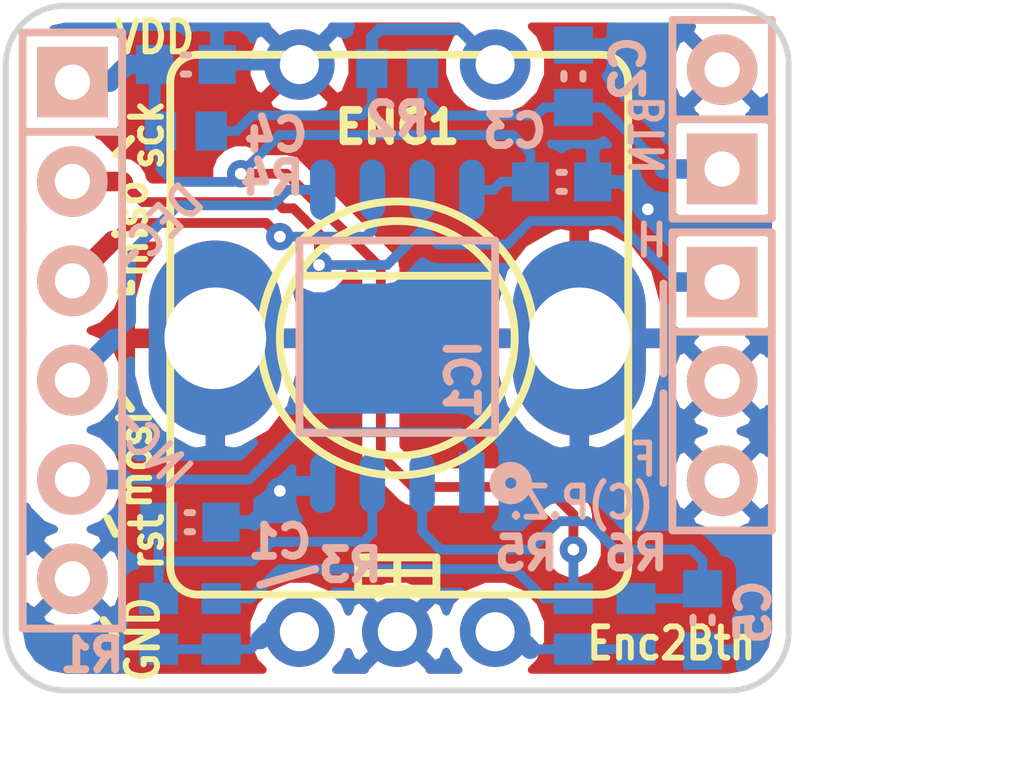
<source format=kicad_pcb>
(kicad_pcb (version 4) (host pcbnew 4.0.3-stable)

  (general
    (links 36)
    (no_connects 0)
    (area 119.924999 48.424999 140.075001 66.075001)
    (thickness 1.6)
    (drawings 34)
    (tracks 173)
    (zones 0)
    (modules 16)
    (nets 13)
  )

  (page A4)
  (layers
    (0 F.Cu signal)
    (31 B.Cu signal)
    (32 B.Adhes user)
    (33 F.Adhes user)
    (34 B.Paste user)
    (35 F.Paste user)
    (36 B.SilkS user)
    (37 F.SilkS user)
    (38 B.Mask user)
    (39 F.Mask user)
    (40 Dwgs.User user)
    (41 Cmts.User user)
    (42 Eco1.User user)
    (43 Eco2.User user)
    (44 Edge.Cuts user)
    (45 Margin user)
    (46 B.CrtYd user)
    (47 F.CrtYd user)
    (48 B.Fab user)
    (49 F.Fab user hide)
  )

  (setup
    (last_trace_width 0.25)
    (user_trace_width 0.2)
    (user_trace_width 0.25)
    (user_trace_width 0.3)
    (user_trace_width 0.5)
    (trace_clearance 0.25)
    (zone_clearance 0.508)
    (zone_45_only no)
    (trace_min 0.2)
    (segment_width 0.2)
    (edge_width 0.15)
    (via_size 0.7)
    (via_drill 0.3)
    (via_min_size 0.4)
    (via_min_drill 0.3)
    (user_via 0.7 0.3)
    (uvia_size 0.3)
    (uvia_drill 0.1)
    (uvias_allowed no)
    (uvia_min_size 0.2)
    (uvia_min_drill 0.1)
    (pcb_text_width 0.3)
    (pcb_text_size 1.5 1.5)
    (mod_edge_width 0.15)
    (mod_text_size 1 1)
    (mod_text_width 0.15)
    (pad_size 3.4 5)
    (pad_drill 2.6)
    (pad_to_mask_clearance 0.2)
    (aux_axis_origin 0 0)
    (visible_elements 7FFFFFFF)
    (pcbplotparams
      (layerselection 0x00000_80000000)
      (usegerberextensions false)
      (excludeedgelayer true)
      (linewidth 0.200000)
      (plotframeref false)
      (viasonmask false)
      (mode 1)
      (useauxorigin false)
      (hpglpennumber 1)
      (hpglpenspeed 20)
      (hpglpendiameter 15)
      (hpglpenoverlay 2)
      (psnegative false)
      (psa4output false)
      (plotreference true)
      (plotvalue true)
      (plotinvisibletext false)
      (padsonsilk false)
      (subtractmaskfromsilk false)
      (outputformat 4)
      (mirror false)
      (drillshape 1)
      (scaleselection 1)
      (outputdirectory ""))
  )

  (net 0 "")
  (net 1 GND)
  (net 2 /ENC_BTN)
  (net 3 /VDD)
  (net 4 /BTN_DEC)
  (net 5 /BTN_INC)
  (net 6 "Net-(ENC1-Pad3)")
  (net 7 "Net-(ENC1-Pad1)")
  (net 8 "Net-(ENC1-Pad4)")
  (net 9 /~RESET)
  (net 10 /ENCA)
  (net 11 /ENCB)
  (net 12 /ENC_TYPE)

  (net_class Default "This is the default net class."
    (clearance 0.25)
    (trace_width 0.25)
    (via_dia 0.7)
    (via_drill 0.3)
    (uvia_dia 0.3)
    (uvia_drill 0.1)
    (add_net /BTN_DEC)
    (add_net /BTN_INC)
    (add_net /ENCA)
    (add_net /ENCB)
    (add_net /ENC_BTN)
    (add_net /ENC_TYPE)
    (add_net /VDD)
    (add_net /~RESET)
    (add_net GND)
    (add_net "Net-(ENC1-Pad1)")
    (add_net "Net-(ENC1-Pad3)")
    (add_net "Net-(ENC1-Pad4)")
  )

  (module SOIC8wide (layer B.Cu) (tedit 57B2BAA8) (tstamp 57B18B54)
    (at 130 57 90)
    (descr "SOIC,1.27mm pitch;8 pin,4.00mm W X 5.00mm L X 1.75mm H Body")
    (tags "CMS XXX")
    (path /57B065A1)
    (attr smd)
    (fp_text reference IC1 (at -1.05 1.7 90) (layer B.SilkS)
      (effects (font (size 0.8 0.8) (thickness 0.2)) (justify mirror))
    )
    (fp_text value ATTINY25-S (at -0.2 -0.1 180) (layer B.Fab)
      (effects (font (size 0.6 0.6) (thickness 0.15)) (justify mirror))
    )
    (fp_circle (center -3.7 2.9) (end -3.6 2.8) (layer B.SilkS) (width 0.4))
    (fp_line (start 2.5 2.5) (end -2.41478 2.49936) (layer B.SilkS) (width 0.2))
    (fp_line (start -2.41478 2.49936) (end -2.41478 -2.49936) (layer B.SilkS) (width 0.2))
    (fp_line (start -2.41478 -2.49936) (end 2.5 -2.5) (layer B.SilkS) (width 0.2))
    (fp_line (start 2.5 -2.49936) (end 2.5 2.49936) (layer B.SilkS) (width 0.2))
    (pad 1 smd rect (at -3.69748 1.905 90) (size 1.5494 0.65) (layers B.Cu B.Paste B.Mask)
      (net 9 /~RESET))
    (pad 2 smd oval (at -3.69748 0.635 90) (size 1.5494 0.65) (layers B.Cu B.Paste B.Mask)
      (net 11 /ENCB))
    (pad 3 smd oval (at -3.69748 -0.635 90) (size 1.5494 0.65) (layers B.Cu B.Paste B.Mask)
      (net 10 /ENCA))
    (pad 4 smd oval (at -3.69748 -1.905 90) (size 1.5494 0.65) (layers B.Cu B.Paste B.Mask)
      (net 1 GND))
    (pad 5 smd oval (at 3.79748 -1.905 90) (size 1.5494 0.65) (layers B.Cu B.Paste B.Mask)
      (net 5 /BTN_INC))
    (pad 6 smd oval (at 3.79748 -0.635 90) (size 1.5494 0.65) (layers B.Cu B.Paste B.Mask)
      (net 4 /BTN_DEC))
    (pad 7 smd oval (at 3.79748 0.635 90) (size 1.5494 0.65) (layers B.Cu B.Paste B.Mask)
      (net 12 /ENC_TYPE))
    (pad 8 smd oval (at 3.79748 1.905 90) (size 1.5494 0.65) (layers B.Cu B.Paste B.Mask)
      (net 3 /VDD))
    (model I:/Electronics/Projects/Hardware/kicad_libs/3d_models/smd_ics/so-8.wrl
      (at (xyz 0 0 0))
      (scale (xyz 1 1.35 1))
      (rotate (xyz 0 0 90))
    )
  )

  (module H_smd_passives:CAPC_0603_1608X86N (layer B.Cu) (tedit 56B9939B) (tstamp 57B18B19)
    (at 124.7 61.7)
    (descr "Capacitor,non-polarized,Chip;1.60mm L X 0.81mm W X 0.86mm H")
    (tags "CMS XXX")
    (path /57B072E7)
    (attr smd)
    (fp_text reference C1 (at 2.3 0.5) (layer B.SilkS)
      (effects (font (size 0.8 0.8) (thickness 0.2)) (justify mirror))
    )
    (fp_text value 10n (at 0 0) (layer B.Fab)
      (effects (font (size 0.8 0.8) (thickness 0.2)) (justify mirror))
    )
    (fp_line (start -0.06858 -0.24384) (end 0.06858 -0.24384) (layer B.SilkS) (width 0.1778))
    (fp_line (start 0.06858 -0.24384) (end -0.06858 -0.24384) (layer B.SilkS) (width 0.1778))
    (fp_line (start -0.06858 0.24384) (end 0.06858 0.24384) (layer B.SilkS) (width 0.1778))
    (fp_line (start 0.06858 0.24384) (end -0.06858 0.24384) (layer B.SilkS) (width 0.1778))
    (pad 1 smd rect (at -0.79756 0) (size 0.94996 0.99822) (layers B.Cu B.Paste B.Mask)
      (net 10 /ENCA))
    (pad 2 smd rect (at 0.79756 0) (size 0.94996 0.99822) (layers B.Cu B.Paste B.Mask)
      (net 1 GND))
    (model Capacitors_SMD.3dshapes/C_0603.wrl
      (at (xyz 0 0 0))
      (scale (xyz 1 1 1))
      (rotate (xyz 0 0 0))
    )
  )

  (module H_smd_passives:CAPC_0603_1608X86N (layer B.Cu) (tedit 56B9939B) (tstamp 57B18B1F)
    (at 134.5 50.3 90)
    (descr "Capacitor,non-polarized,Chip;1.60mm L X 0.81mm W X 0.86mm H")
    (tags "CMS XXX")
    (path /57B188F4)
    (attr smd)
    (fp_text reference C2 (at 0.2 1.4 90) (layer B.SilkS)
      (effects (font (size 0.8 0.8) (thickness 0.2)) (justify mirror))
    )
    (fp_text value 10n (at 0 0 90) (layer B.Fab)
      (effects (font (size 0.8 0.8) (thickness 0.2)) (justify mirror))
    )
    (fp_line (start -0.06858 -0.24384) (end 0.06858 -0.24384) (layer B.SilkS) (width 0.1778))
    (fp_line (start 0.06858 -0.24384) (end -0.06858 -0.24384) (layer B.SilkS) (width 0.1778))
    (fp_line (start -0.06858 0.24384) (end 0.06858 0.24384) (layer B.SilkS) (width 0.1778))
    (fp_line (start 0.06858 0.24384) (end -0.06858 0.24384) (layer B.SilkS) (width 0.1778))
    (pad 1 smd rect (at -0.79756 0 90) (size 0.94996 0.99822) (layers B.Cu B.Paste B.Mask)
      (net 2 /ENC_BTN))
    (pad 2 smd rect (at 0.79756 0 90) (size 0.94996 0.99822) (layers B.Cu B.Paste B.Mask)
      (net 1 GND))
    (model Capacitors_SMD.3dshapes/C_0603.wrl
      (at (xyz 0 0 0))
      (scale (xyz 1 1 1))
      (rotate (xyz 0 0 0))
    )
  )

  (module H_smd_passives:CAPC_0603_1608X86N (layer B.Cu) (tedit 56B9939B) (tstamp 57B18B25)
    (at 134.2 53)
    (descr "Capacitor,non-polarized,Chip;1.60mm L X 0.81mm W X 0.86mm H")
    (tags "CMS XXX")
    (path /57B0652B)
    (attr smd)
    (fp_text reference C3 (at -1.2 -1.3) (layer B.SilkS)
      (effects (font (size 0.8 0.8) (thickness 0.2)) (justify mirror))
    )
    (fp_text value 100n (at 0 0) (layer B.Fab)
      (effects (font (size 0.8 0.8) (thickness 0.2)) (justify mirror))
    )
    (fp_line (start -0.06858 -0.24384) (end 0.06858 -0.24384) (layer B.SilkS) (width 0.1778))
    (fp_line (start 0.06858 -0.24384) (end -0.06858 -0.24384) (layer B.SilkS) (width 0.1778))
    (fp_line (start -0.06858 0.24384) (end 0.06858 0.24384) (layer B.SilkS) (width 0.1778))
    (fp_line (start 0.06858 0.24384) (end -0.06858 0.24384) (layer B.SilkS) (width 0.1778))
    (pad 1 smd rect (at -0.79756 0) (size 0.94996 0.99822) (layers B.Cu B.Paste B.Mask)
      (net 3 /VDD))
    (pad 2 smd rect (at 0.79756 0) (size 0.94996 0.99822) (layers B.Cu B.Paste B.Mask)
      (net 1 GND))
    (model Capacitors_SMD.3dshapes/C_0603.wrl
      (at (xyz 0 0 0))
      (scale (xyz 1 1 1))
      (rotate (xyz 0 0 0))
    )
  )

  (module H_smd_passives:CAPC_0603_1608X86N (layer B.Cu) (tedit 56B9939B) (tstamp 57B18B2B)
    (at 124.6 50)
    (descr "Capacitor,non-polarized,Chip;1.60mm L X 0.81mm W X 0.86mm H")
    (tags "CMS XXX")
    (path /57B068F6)
    (attr smd)
    (fp_text reference C4 (at 2.3 1.8) (layer B.SilkS)
      (effects (font (size 0.8 0.8) (thickness 0.2)) (justify mirror))
    )
    (fp_text value 1µ (at 0 0) (layer B.Fab)
      (effects (font (size 0.8 0.8) (thickness 0.2)) (justify mirror))
    )
    (fp_line (start -0.06858 -0.24384) (end 0.06858 -0.24384) (layer B.SilkS) (width 0.1778))
    (fp_line (start 0.06858 -0.24384) (end -0.06858 -0.24384) (layer B.SilkS) (width 0.1778))
    (fp_line (start -0.06858 0.24384) (end 0.06858 0.24384) (layer B.SilkS) (width 0.1778))
    (fp_line (start 0.06858 0.24384) (end -0.06858 0.24384) (layer B.SilkS) (width 0.1778))
    (pad 1 smd rect (at -0.79756 0) (size 0.94996 0.99822) (layers B.Cu B.Paste B.Mask)
      (net 3 /VDD))
    (pad 2 smd rect (at 0.79756 0) (size 0.94996 0.99822) (layers B.Cu B.Paste B.Mask)
      (net 1 GND))
    (model Capacitors_SMD.3dshapes/C_0603.wrl
      (at (xyz 0 0 0))
      (scale (xyz 1 1 1))
      (rotate (xyz 0 0 0))
    )
  )

  (module H_smd_passives:CAPC_0603_1608X86N (layer B.Cu) (tedit 56B9939B) (tstamp 57B18B31)
    (at 137.8 64.2 270)
    (descr "Capacitor,non-polarized,Chip;1.60mm L X 0.81mm W X 0.86mm H")
    (tags "CMS XXX")
    (path /57B070D9)
    (attr smd)
    (fp_text reference C5 (at -0.2 -1.3 270) (layer B.SilkS)
      (effects (font (size 0.8 0.8) (thickness 0.2)) (justify mirror))
    )
    (fp_text value 10n (at 0 0 270) (layer B.Fab)
      (effects (font (size 0.8 0.8) (thickness 0.2)) (justify mirror))
    )
    (fp_line (start -0.06858 -0.24384) (end 0.06858 -0.24384) (layer B.SilkS) (width 0.1778))
    (fp_line (start 0.06858 -0.24384) (end -0.06858 -0.24384) (layer B.SilkS) (width 0.1778))
    (fp_line (start -0.06858 0.24384) (end 0.06858 0.24384) (layer B.SilkS) (width 0.1778))
    (fp_line (start 0.06858 0.24384) (end -0.06858 0.24384) (layer B.SilkS) (width 0.1778))
    (pad 1 smd rect (at -0.79756 0 270) (size 0.94996 0.99822) (layers B.Cu B.Paste B.Mask)
      (net 11 /ENCB))
    (pad 2 smd rect (at 0.79756 0 270) (size 0.94996 0.99822) (layers B.Cu B.Paste B.Mask)
      (net 1 GND))
    (model Capacitors_SMD.3dshapes/C_0603.wrl
      (at (xyz 0 0 0))
      (scale (xyz 1 1 1))
      (rotate (xyz 0 0 0))
    )
  )

  (module H_Encoders:ALPS_STEC11B_Vertical (layer F.Cu) (tedit 57B1B18F) (tstamp 57B18B48)
    (at 130 57)
    (path /57B06BD7)
    (fp_text reference ENC1 (at 0 -5.4) (layer F.SilkS)
      (effects (font (size 0.8 0.8) (thickness 0.2)))
    )
    (fp_text value ALPS_STEC11B_Encoder_Vertical (at 0.1 4.5) (layer F.Fab)
      (effects (font (size 0.8 0.8) (thickness 0.2)))
    )
    (fp_line (start 0 6.4) (end 0 5.6) (layer F.SilkS) (width 0.2))
    (fp_line (start -1 6) (end 1 6) (layer F.SilkS) (width 0.2))
    (fp_line (start -1 5.6) (end 1 5.6) (layer F.SilkS) (width 0.2))
    (fp_line (start -1 6.4) (end -1 5.6) (layer F.SilkS) (width 0.2))
    (fp_line (start 1 6.4) (end -1 6.4) (layer F.SilkS) (width 0.2))
    (fp_line (start 1 5.6) (end 1 6.4) (layer F.SilkS) (width 0.2))
    (fp_line (start -2.5 -1.6) (end 2.5 -1.6) (layer F.SilkS) (width 0.2))
    (fp_circle (center 0 0) (end 3 0) (layer F.SilkS) (width 0.2))
    (fp_arc (start 5.2 -6.55) (end 5.2 -7.25) (angle 90) (layer F.SilkS) (width 0.2))
    (fp_line (start 5.9 5.85) (end 5.9 -6.55) (layer F.SilkS) (width 0.2))
    (fp_line (start -5.8 -6.55) (end -5.8 5.85) (layer F.SilkS) (width 0.2))
    (fp_line (start 5.2 -7.25) (end -5.1 -7.25) (layer F.SilkS) (width 0.2))
    (fp_circle (center 0 0) (end 3.5 0) (layer F.SilkS) (width 0.2))
    (fp_line (start 5.2 6.55) (end -5.1 6.55) (layer F.SilkS) (width 0.2))
    (fp_arc (start -5.1 -6.55) (end -5.8 -6.55) (angle 90) (layer F.SilkS) (width 0.2))
    (fp_arc (start -5.1 5.85) (end -5.1 6.55) (angle 90) (layer F.SilkS) (width 0.2))
    (fp_arc (start 5.2 5.85) (end 5.9 5.85) (angle 90) (layer F.SilkS) (width 0.2))
    (pad 2 thru_hole circle (at 0 7.5) (size 1.8 1.8) (drill 1) (layers *.Cu *.Mask)
      (net 1 GND))
    (pad 3 thru_hole circle (at 2.5 7.5) (size 1.8 1.8) (drill 1) (layers *.Cu *.Mask)
      (net 6 "Net-(ENC1-Pad3)"))
    (pad 1 thru_hole circle (at -2.5 7.5) (size 1.8 1.8) (drill 1) (layers *.Cu *.Mask)
      (net 7 "Net-(ENC1-Pad1)"))
    (pad 5 thru_hole circle (at -2.5 -7) (size 1.8 1.8) (drill 1) (layers *.Cu *.Mask)
      (net 1 GND))
    (pad 4 thru_hole circle (at 2.5 -7) (size 1.8 1.8) (drill 1) (layers *.Cu *.Mask)
      (net 8 "Net-(ENC1-Pad4)"))
    (pad 7 thru_hole oval (at -4.65 0) (size 3.4 5) (drill 2.6) (layers *.Cu *.Mask)
      (net 1 GND) (thermal_width 0.5))
    (pad 6 thru_hole oval (at 4.65 0) (size 3.4 5) (drill 2.6) (layers *.Cu *.Mask)
      (net 1 GND) (thermal_width 0.5))
    (model I:/Electronics/Projects/Hardware/kicad_libs/3d_models/encoders/encoder_alps-ec12d.wrl
      (at (xyz 0 0 0))
      (scale (xyz 1 1 1))
      (rotate (xyz 0 0 0))
    )
  )

  (module H_smd_passives:RESC_0603_1508X63N (layer B.Cu) (tedit 55F3D9B5) (tstamp 57B18B69)
    (at 123.9 64.3 90)
    (descr "Resistor,Chip;1.52mm L X 0.85mm W X 0.63mm H")
    (tags "CMS XXX")
    (path /57B07011)
    (attr smd)
    (fp_text reference R1 (at -0.8 -1.7 180) (layer B.SilkS)
      (effects (font (size 0.8 0.8) (thickness 0.2)) (justify mirror))
    )
    (fp_text value 1k (at 0 0 90) (layer B.Fab)
      (effects (font (size 0.8 0.8) (thickness 0.2)) (justify mirror))
    )
    (pad 1 smd rect (at -0.6477 0 90) (size 0.79756 0.99822) (layers B.Cu B.Paste B.Mask)
      (net 7 "Net-(ENC1-Pad1)"))
    (pad 2 smd rect (at 0.6477 0 90) (size 0.79756 0.99822) (layers B.Cu B.Paste B.Mask)
      (net 10 /ENCA))
    (model Resistors_SMD.3dshapes/R_0603.wrl
      (at (xyz 0 0 0))
      (scale (xyz 1 1 1))
      (rotate (xyz 0 0 0))
    )
  )

  (module H_smd_passives:RESC_0603_1508X63N (layer B.Cu) (tedit 55F3D9B5) (tstamp 57B18B6F)
    (at 130 50.1)
    (descr "Resistor,Chip;1.52mm L X 0.85mm W X 0.63mm H")
    (tags "CMS XXX")
    (path /57B189BE)
    (attr smd)
    (fp_text reference R2 (at 0 1.3) (layer B.SilkS)
      (effects (font (size 0.8 0.8) (thickness 0.2)) (justify mirror))
    )
    (fp_text value 1k (at 0 0) (layer B.Fab)
      (effects (font (size 0.8 0.8) (thickness 0.2)) (justify mirror))
    )
    (pad 1 smd rect (at -0.6477 0) (size 0.79756 0.99822) (layers B.Cu B.Paste B.Mask)
      (net 8 "Net-(ENC1-Pad4)"))
    (pad 2 smd rect (at 0.6477 0) (size 0.79756 0.99822) (layers B.Cu B.Paste B.Mask)
      (net 2 /ENC_BTN))
    (model Resistors_SMD.3dshapes/R_0603.wrl
      (at (xyz 0 0 0))
      (scale (xyz 1 1 1))
      (rotate (xyz 0 0 0))
    )
  )

  (module H_smd_passives:RESC_0603_1508X63N (layer B.Cu) (tedit 55F3D9B5) (tstamp 57B18B75)
    (at 125.5 64.3 270)
    (descr "Resistor,Chip;1.52mm L X 0.85mm W X 0.63mm H")
    (tags "CMS XXX")
    (path /57B06578)
    (attr smd)
    (fp_text reference R3 (at -1.5 -3.3 360) (layer B.SilkS)
      (effects (font (size 0.8 0.8) (thickness 0.2)) (justify mirror))
    )
    (fp_text value 10k (at 0 0 270) (layer B.Fab)
      (effects (font (size 0.8 0.8) (thickness 0.2)) (justify mirror))
    )
    (pad 1 smd rect (at -0.6477 0 270) (size 0.79756 0.99822) (layers B.Cu B.Paste B.Mask)
      (net 3 /VDD))
    (pad 2 smd rect (at 0.6477 0 270) (size 0.79756 0.99822) (layers B.Cu B.Paste B.Mask)
      (net 7 "Net-(ENC1-Pad1)"))
    (model Resistors_SMD.3dshapes/R_0603.wrl
      (at (xyz 0 0 0))
      (scale (xyz 1 1 1))
      (rotate (xyz 0 0 0))
    )
  )

  (module H_smd_passives:RESC_0603_1508X63N (layer B.Cu) (tedit 55F3D9B5) (tstamp 57B18B7B)
    (at 124.6 51.7)
    (descr "Resistor,Chip;1.52mm L X 0.85mm W X 0.63mm H")
    (tags "CMS XXX")
    (path /57B18768)
    (attr smd)
    (fp_text reference R4 (at 2.2 1.2) (layer B.SilkS)
      (effects (font (size 0.8 0.8) (thickness 0.2)) (justify mirror))
    )
    (fp_text value 10k (at 0 0) (layer B.Fab)
      (effects (font (size 0.8 0.8) (thickness 0.2)) (justify mirror))
    )
    (pad 1 smd rect (at -0.6477 0) (size 0.79756 0.99822) (layers B.Cu B.Paste B.Mask)
      (net 3 /VDD))
    (pad 2 smd rect (at 0.6477 0) (size 0.79756 0.99822) (layers B.Cu B.Paste B.Mask)
      (net 8 "Net-(ENC1-Pad4)"))
    (model Resistors_SMD.3dshapes/R_0603.wrl
      (at (xyz 0 0 0))
      (scale (xyz 1 1 1))
      (rotate (xyz 0 0 0))
    )
  )

  (module H_smd_passives:RESC_0603_1508X63N (layer B.Cu) (tedit 55F3D9B5) (tstamp 57B18B81)
    (at 134.5 64.3 270)
    (descr "Resistor,Chip;1.52mm L X 0.85mm W X 0.63mm H")
    (tags "CMS XXX")
    (path /57B06E95)
    (attr smd)
    (fp_text reference R5 (at -1.8 1.2 360) (layer B.SilkS)
      (effects (font (size 0.8 0.8) (thickness 0.2)) (justify mirror))
    )
    (fp_text value 10k (at 0 0 270) (layer B.Fab)
      (effects (font (size 0.8 0.8) (thickness 0.2)) (justify mirror))
    )
    (pad 1 smd rect (at -0.6477 0 270) (size 0.79756 0.99822) (layers B.Cu B.Paste B.Mask)
      (net 3 /VDD))
    (pad 2 smd rect (at 0.6477 0 270) (size 0.79756 0.99822) (layers B.Cu B.Paste B.Mask)
      (net 6 "Net-(ENC1-Pad3)"))
    (model Resistors_SMD.3dshapes/R_0603.wrl
      (at (xyz 0 0 0))
      (scale (xyz 1 1 1))
      (rotate (xyz 0 0 0))
    )
  )

  (module H_smd_passives:RESC_0603_1508X63N (layer B.Cu) (tedit 55F3D9B5) (tstamp 57B18B87)
    (at 136.1 64.3 270)
    (descr "Resistor,Chip;1.52mm L X 0.85mm W X 0.63mm H")
    (tags "CMS XXX")
    (path /57B06F54)
    (attr smd)
    (fp_text reference R6 (at -1.8 0 360) (layer B.SilkS)
      (effects (font (size 0.8 0.8) (thickness 0.2)) (justify mirror))
    )
    (fp_text value 1k (at 0 0 270) (layer B.Fab)
      (effects (font (size 0.8 0.8) (thickness 0.2)) (justify mirror))
    )
    (pad 1 smd rect (at -0.6477 0 270) (size 0.79756 0.99822) (layers B.Cu B.Paste B.Mask)
      (net 11 /ENCB))
    (pad 2 smd rect (at 0.6477 0 270) (size 0.79756 0.99822) (layers B.Cu B.Paste B.Mask)
      (net 6 "Net-(ENC1-Pad3)"))
    (model Resistors_SMD.3dshapes/R_0603.wrl
      (at (xyz 0 0 0))
      (scale (xyz 1 1 1))
      (rotate (xyz 0 0 0))
    )
  )

  (module H_pin_headers:1x6_254 (layer B.Cu) (tedit 5516B3A9) (tstamp 57B18DAC)
    (at 121.7 56.8 90)
    (path /57B1BF0F)
    (fp_text reference P1 (at 2.54 -2.54 90) (layer B.SilkS) hide
      (effects (font (size 1 1) (thickness 0.15)) (justify mirror))
    )
    (fp_text value CONN_01X06 (at 3.175 2.54 90) (layer B.Fab) hide
      (effects (font (size 1 1) (thickness 0.15)) (justify mirror))
    )
    (fp_line (start -5.08 1.27) (end -7.62 1.27) (layer B.SilkS) (width 0.2))
    (fp_line (start -7.62 1.27) (end -7.62 -1.27) (layer B.SilkS) (width 0.2))
    (fp_line (start -7.62 -1.27) (end -5.08 -1.27) (layer B.SilkS) (width 0.2))
    (fp_line (start -2.54 1.27) (end -5.08 1.27) (layer B.SilkS) (width 0.2))
    (fp_line (start -5.08 -1.27) (end -2.54 -1.27) (layer B.SilkS) (width 0.2))
    (fp_line (start 0 1.27) (end -2.54 1.27) (layer B.SilkS) (width 0.2))
    (fp_line (start -2.54 -1.27) (end 0 -1.27) (layer B.SilkS) (width 0.2))
    (fp_line (start 2.54 1.27) (end 0 1.27) (layer B.SilkS) (width 0.2))
    (fp_line (start 0 -1.27) (end 2.54 -1.27) (layer B.SilkS) (width 0.2))
    (fp_line (start 5.08 1.27) (end 2.54 1.27) (layer B.SilkS) (width 0.2))
    (fp_line (start 2.54 -1.27) (end 5.08 -1.27) (layer B.SilkS) (width 0.2))
    (fp_line (start 5.08 -1.27) (end 5.08 1.27) (layer B.SilkS) (width 0.2))
    (fp_line (start 5.08 1.27) (end 7.62 1.27) (layer B.SilkS) (width 0.2))
    (fp_line (start 7.62 1.27) (end 7.62 -1.27) (layer B.SilkS) (width 0.2))
    (fp_line (start 7.62 -1.27) (end 5.08 -1.27) (layer B.SilkS) (width 0.2))
    (pad 1 thru_hole rect (at 6.35 0 90) (size 1.8 1.8) (drill 0.9) (layers *.Cu *.Mask B.SilkS)
      (net 3 /VDD))
    (pad 2 thru_hole circle (at 3.81 0 90) (size 1.8 1.8) (drill 0.9) (layers *.Cu *.Mask B.SilkS)
      (net 12 /ENC_TYPE))
    (pad 3 thru_hole circle (at 1.27 0 90) (size 1.8 1.8) (drill 0.9) (layers *.Cu *.Mask B.SilkS)
      (net 4 /BTN_DEC))
    (pad 4 thru_hole circle (at -1.27 0 90) (size 1.8 1.8) (drill 0.9) (layers *.Cu *.Mask B.SilkS)
      (net 5 /BTN_INC))
    (pad 5 thru_hole circle (at -3.81 0 90) (size 1.8 1.8) (drill 0.9) (layers *.Cu *.Mask B.SilkS)
      (net 9 /~RESET))
    (pad 6 thru_hole circle (at -6.35 0 90) (size 1.8 1.8) (drill 0.9) (layers *.Cu *.Mask B.SilkS)
      (net 1 GND))
    (model Pin_Headers.3dshapes/Pin_Header_Straight_1x06.wrl
      (at (xyz 0 0 0))
      (scale (xyz 1 1 1))
      (rotate (xyz 0 0 0))
    )
  )

  (module H_pin_headers:1x3_254 (layer B.Cu) (tedit 5516B131) (tstamp 57B18DD2)
    (at 138.3 58.1 90)
    (path /57B19367)
    (fp_text reference P2 (at -1.27 -2.54 90) (layer B.SilkS) hide
      (effects (font (size 1 1) (thickness 0.15)) (justify mirror))
    )
    (fp_text value CONN_01X02 (at -0.635 2.54 90) (layer B.Fab) hide
      (effects (font (size 1 1) (thickness 0.15)) (justify mirror))
    )
    (fp_line (start -1.27 1.27) (end -3.81 1.27) (layer B.SilkS) (width 0.2))
    (fp_line (start -3.81 1.27) (end -3.81 -1.27) (layer B.SilkS) (width 0.2))
    (fp_line (start -3.81 -1.27) (end -1.27 -1.27) (layer B.SilkS) (width 0.2))
    (fp_line (start 1.27 1.27) (end -1.27 1.27) (layer B.SilkS) (width 0.2))
    (fp_line (start -1.27 -1.27) (end 1.27 -1.27) (layer B.SilkS) (width 0.2))
    (fp_line (start 1.27 -1.27) (end 1.27 1.27) (layer B.SilkS) (width 0.2))
    (fp_line (start 1.27 1.27) (end 3.81 1.27) (layer B.SilkS) (width 0.2))
    (fp_line (start 3.81 1.27) (end 3.81 -1.27) (layer B.SilkS) (width 0.2))
    (fp_line (start 3.81 -1.27) (end 1.27 -1.27) (layer B.SilkS) (width 0.2))
    (pad 1 thru_hole rect (at 2.54 0 90) (size 1.8 1.8) (drill 0.9) (layers *.Cu *.Mask B.SilkS)
      (net 12 /ENC_TYPE))
    (pad 2 thru_hole circle (at 0 0 90) (size 1.8 1.8) (drill 0.9) (layers *.Cu *.Mask B.SilkS)
      (net 1 GND))
    (pad 3 thru_hole circle (at -2.54 0 90) (size 1.8 1.8) (drill 0.9) (layers *.Cu *.Mask B.SilkS)
      (net 1 GND))
    (model Pin_Headers.3dshapes/Pin_Header_Straight_1x03.wrl
      (at (xyz 0 0 0))
      (scale (xyz 1 1 1))
      (rotate (xyz 0 0 0))
    )
  )

  (module H_pin_headers:1x2_254 (layer B.Cu) (tedit 5516B101) (tstamp 57B19065)
    (at 138.3 51.4 270)
    (path /57B1ED33)
    (fp_text reference P3 (at -0.635 -2.54 270) (layer B.SilkS) hide
      (effects (font (size 1 1) (thickness 0.15)) (justify mirror))
    )
    (fp_text value CONN_01X02 (at 0 2.54 270) (layer B.Fab) hide
      (effects (font (size 1 1) (thickness 0.15)) (justify mirror))
    )
    (fp_line (start 0 1.27) (end -2.54 1.27) (layer B.SilkS) (width 0.2))
    (fp_line (start -2.54 1.27) (end -2.54 -1.27) (layer B.SilkS) (width 0.2))
    (fp_line (start -2.54 -1.27) (end 0 -1.27) (layer B.SilkS) (width 0.2))
    (fp_line (start 0 -1.27) (end 0 1.27) (layer B.SilkS) (width 0.2))
    (fp_line (start 0 1.27) (end 2.54 1.27) (layer B.SilkS) (width 0.2))
    (fp_line (start 2.54 1.27) (end 2.54 -1.27) (layer B.SilkS) (width 0.2))
    (fp_line (start 2.54 -1.27) (end 0 -1.27) (layer B.SilkS) (width 0.2))
    (pad 1 thru_hole rect (at 1.27 0 270) (size 1.8 1.8) (drill 0.9) (layers *.Cu *.Mask B.SilkS)
      (net 2 /ENC_BTN))
    (pad 2 thru_hole circle (at -1.27 0 270) (size 1.8 1.8) (drill 0.9) (layers *.Cu *.Mask B.SilkS)
      (net 1 GND))
    (model Pin_Headers.3dshapes/Pin_Header_Straight_1x02.wrl
      (at (xyz 0 0 0))
      (scale (xyz 1 1 1))
      (rotate (xyz 0 0 0))
    )
  )

  (gr_text Enc2Btn (at 137 64.8) (layer F.SilkS) (tstamp 57B1E1EC)
    (effects (font (size 0.8 0.7) (thickness 0.15)))
  )
  (dimension 17.5 (width 0.3) (layer Dwgs.User)
    (gr_text "17,500 mm" (at 143.35 57.25 90) (layer Dwgs.User)
      (effects (font (size 1.5 1.5) (thickness 0.3)))
    )
    (feature1 (pts (xy 138.5 48.5) (xy 144.7 48.5)))
    (feature2 (pts (xy 138.5 66) (xy 144.7 66)))
    (crossbar (pts (xy 142 66) (xy 142 48.5)))
    (arrow1a (pts (xy 142 48.5) (xy 142.586421 49.626504)))
    (arrow1b (pts (xy 142 48.5) (xy 141.413579 49.626504)))
    (arrow2a (pts (xy 142 66) (xy 142.586421 64.873496)))
    (arrow2b (pts (xy 142 66) (xy 141.413579 64.873496)))
  )
  (dimension 20 (width 0.3) (layer Dwgs.User)
    (gr_text "20,000 mm" (at 130 68.849999) (layer Dwgs.User)
      (effects (font (size 1.5 1.5) (thickness 0.3)))
    )
    (feature1 (pts (xy 140 65) (xy 140 70.199999)))
    (feature2 (pts (xy 120 65) (xy 120 70.199999)))
    (crossbar (pts (xy 120 67.499999) (xy 140 67.499999)))
    (arrow1a (pts (xy 140 67.499999) (xy 138.873496 68.08642)))
    (arrow1b (pts (xy 140 67.499999) (xy 138.873496 66.913578)))
    (arrow2a (pts (xy 120 67.499999) (xy 121.126504 68.08642)))
    (arrow2b (pts (xy 120 67.499999) (xy 121.126504 66.913578)))
  )
  (gr_text BTN (at 136.4 51.8 90) (layer B.SilkS) (tstamp 57B1A9C1)
    (effects (font (size 0.8 0.7) (thickness 0.15)) (justify mirror))
  )
  (gr_line (start 136.8 58.4) (end 136.8 60.7) (layer B.SilkS) (width 0.2) (tstamp 57B1A9AF))
  (gr_line (start 136.8 55.6) (end 136.8 57.9) (layer B.SilkS) (width 0.2))
  (gr_text H (at 136.5 54.5) (layer B.SilkS) (tstamp 57B1A993)
    (effects (font (size 0.8 0.7) (thickness 0.15)) (justify mirror))
  )
  (gr_text F (at 136.3 60.1) (layer B.SilkS) (tstamp 57B1A985)
    (effects (font (size 0.8 0.7) (thickness 0.15)) (justify mirror))
  )
  (gr_line (start 123.2 58.8) (end 122.9 58.4) (layer F.SilkS) (width 0.2))
  (gr_line (start 123.2 55.8) (end 122.9 55.8) (layer F.SilkS) (width 0.2))
  (gr_line (start 123.2 55.6) (end 123.2 55.8) (layer F.SilkS) (width 0.2))
  (gr_line (start 123.2 51.9) (end 122.8 52.3) (layer F.SilkS) (width 0.2))
  (gr_text mosi (at 123.3 60.1 90) (layer F.SilkS) (tstamp 57B1997F)
    (effects (font (size 0.8 0.7) (thickness 0.15)))
  )
  (gr_text miso (at 123.2 54.2 90) (layer F.SilkS) (tstamp 57B19976)
    (effects (font (size 0.8 0.7) (thickness 0.15)))
  )
  (gr_line (start 122.8 62) (end 122.6 61.6) (layer F.SilkS) (width 0.2))
  (gr_line (start 122.8 64.6) (end 122.5 64.2) (layer F.SilkS) (width 0.2))
  (gr_text GND (at 123.5 64.7 90) (layer F.SilkS) (tstamp 57B198DE)
    (effects (font (size 0.8 0.7) (thickness 0.15)))
  )
  (gr_text "(C)P.Z." (at 134.7 61.2) (layer B.SilkS) (tstamp 57B198B6)
    (effects (font (size 0.8 0.7) (thickness 0.15)) (justify mirror))
  )
  (gr_text ~rst (at 123.6 62.2 90) (layer F.SilkS) (tstamp 57B19886)
    (effects (font (size 0.8 0.7) (thickness 0.15)))
  )
  (gr_line (start 127.9 62.9) (end 126.5 63.3) (layer B.SilkS) (width 0.2))
  (gr_line (start 123.3 59.3) (end 123 59) (layer B.SilkS) (width 0.2))
  (gr_line (start 123.3 54.8) (end 123 55.1) (layer B.SilkS) (width 0.2))
  (gr_text INC (at 123.9 60 315) (layer B.SilkS) (tstamp 57B197B3)
    (effects (font (size 0.8 0.7) (thickness 0.15)) (justify mirror))
  )
  (gr_text DEC (at 124.1 54 45) (layer B.SilkS) (tstamp 57B1979C)
    (effects (font (size 0.8 0.7) (thickness 0.15)) (justify mirror))
  )
  (gr_text sck (at 123.6 51.8 90) (layer F.SilkS) (tstamp 57B194AB)
    (effects (font (size 0.8 0.7) (thickness 0.15)))
  )
  (gr_text VDD (at 123.8 49.3) (layer F.SilkS)
    (effects (font (size 0.8 0.7) (thickness 0.15)))
  )
  (gr_arc (start 138.5 50) (end 138.5 48.5) (angle 90) (layer Edge.Cuts) (width 0.15) (tstamp 57B1923C))
  (gr_arc (start 121.5 50) (end 120 50) (angle 90) (layer Edge.Cuts) (width 0.15) (tstamp 57B1923A))
  (gr_arc (start 121.5 64.5) (end 121.5 66) (angle 90) (layer Edge.Cuts) (width 0.15) (tstamp 57B19236))
  (gr_arc (start 138.5 64.5) (end 140 64.5) (angle 90) (layer Edge.Cuts) (width 0.15))
  (gr_line (start 120 50) (end 120 64.5) (layer Edge.Cuts) (width 0.15))
  (gr_line (start 138.5 48.5) (end 121.5 48.5) (layer Edge.Cuts) (width 0.15))
  (gr_line (start 140 64.5) (end 140 50) (layer Edge.Cuts) (width 0.15))
  (gr_line (start 121.5 66) (end 138.5 66) (layer Edge.Cuts) (width 0.15))

  (segment (start 125.39756 50) (end 127.5 50) (width 0.3) (layer B.Cu) (net 1))
  (segment (start 127 60.9) (end 127.89248 60.9) (width 0.25) (layer B.Cu) (net 1))
  (segment (start 127.89248 60.9) (end 128.095 60.69748) (width 0.25) (layer B.Cu) (net 1))
  (segment (start 134.65 57) (end 134.65 60.15) (width 0.25) (layer B.Cu) (net 1))
  (segment (start 134.65 60.15) (end 135.09999 60.59999) (width 0.25) (layer B.Cu) (net 1))
  (segment (start 135.09999 60.59999) (end 135.90001 60.59999) (width 0.25) (layer B.Cu) (net 1))
  (segment (start 135.90001 60.59999) (end 136.759999 59.740001) (width 0.25) (layer B.Cu) (net 1))
  (segment (start 136.759999 59.740001) (end 137.400001 59.740001) (width 0.25) (layer B.Cu) (net 1))
  (segment (start 127.5 50) (end 131.2 53.7) (width 0.25) (layer F.Cu) (net 1))
  (segment (start 131.2 53.7) (end 134.7 53.7) (width 0.25) (layer F.Cu) (net 1))
  (segment (start 125.35 57) (end 134.65 57) (width 0.25) (layer B.Cu) (net 1))
  (segment (start 137.8 64.99756) (end 138.54911 64.99756) (width 0.25) (layer B.Cu) (net 1))
  (segment (start 138.54911 64.99756) (end 139.4 64.14667) (width 0.25) (layer B.Cu) (net 1))
  (segment (start 139.4 64.14667) (end 139.4 61.74) (width 0.25) (layer B.Cu) (net 1))
  (segment (start 139.4 61.74) (end 138.3 60.64) (width 0.25) (layer B.Cu) (net 1))
  (segment (start 138.3 58.1) (end 137.400001 58.999999) (width 0.25) (layer B.Cu) (net 1))
  (segment (start 137.400001 58.999999) (end 137.400001 59.740001) (width 0.25) (layer B.Cu) (net 1))
  (segment (start 137.400001 59.740001) (end 138.3 60.64) (width 0.25) (layer B.Cu) (net 1))
  (segment (start 124.249999 62.250001) (end 125.6 60.9) (width 0.25) (layer F.Cu) (net 1))
  (segment (start 125.6 60.9) (end 127 60.9) (width 0.25) (layer F.Cu) (net 1))
  (segment (start 121.7 63.15) (end 122.599999 62.250001) (width 0.25) (layer F.Cu) (net 1))
  (segment (start 122.599999 62.250001) (end 124.249999 62.250001) (width 0.25) (layer F.Cu) (net 1))
  (segment (start 127 60.9) (end 127 61.5) (width 0.25) (layer F.Cu) (net 1))
  (segment (start 127 61.5) (end 130 64.5) (width 0.25) (layer F.Cu) (net 1))
  (segment (start 138.3 50.13) (end 136.4 52.03) (width 0.25) (layer F.Cu) (net 1))
  (segment (start 136.4 52.03) (end 136.4 53.7) (width 0.25) (layer F.Cu) (net 1))
  (segment (start 134.7 53.7) (end 134.65 53.75) (width 0.25) (layer F.Cu) (net 1))
  (segment (start 134.65 53.75) (end 134.65 57) (width 0.25) (layer F.Cu) (net 1))
  (segment (start 136.4 53.7) (end 134.7 53.7) (width 0.25) (layer F.Cu) (net 1))
  (segment (start 134.99756 53) (end 135.7 53) (width 0.25) (layer B.Cu) (net 1))
  (segment (start 135.7 53) (end 136.4 53.7) (width 0.25) (layer B.Cu) (net 1))
  (via (at 136.4 53.7) (size 0.7) (drill 0.3) (layers F.Cu B.Cu) (net 1))
  (segment (start 134.5 49.50244) (end 134.52413 49.50244) (width 0.25) (layer B.Cu) (net 1))
  (segment (start 136.429999 51.029999) (end 137.400001 51.029999) (width 0.25) (layer B.Cu) (net 1))
  (segment (start 134.52413 49.50244) (end 134.62169 49.6) (width 0.25) (layer B.Cu) (net 1))
  (segment (start 134.62169 49.6) (end 135.7 49.6) (width 0.25) (layer B.Cu) (net 1))
  (segment (start 135.7 49.6) (end 136.1 50) (width 0.25) (layer B.Cu) (net 1))
  (segment (start 136.1 50) (end 136.1 50.7) (width 0.25) (layer B.Cu) (net 1))
  (segment (start 136.1 50.7) (end 136.429999 51.029999) (width 0.25) (layer B.Cu) (net 1))
  (segment (start 137.400001 51.029999) (end 138.3 50.13) (width 0.25) (layer B.Cu) (net 1))
  (segment (start 125.49756 61.7) (end 126.2 61.7) (width 0.25) (layer B.Cu) (net 1))
  (segment (start 126.2 61.7) (end 127 60.9) (width 0.25) (layer B.Cu) (net 1))
  (segment (start 127 60.9) (end 126.5 60.9) (width 0.25) (layer F.Cu) (net 1))
  (segment (start 126.5 60.9) (end 125.35 59.75) (width 0.25) (layer F.Cu) (net 1))
  (segment (start 125.35 59.75) (end 125.35 57) (width 0.25) (layer F.Cu) (net 1))
  (segment (start 127.04748 60.94748) (end 127 60.9) (width 0.25) (layer B.Cu) (net 1))
  (via (at 127 60.9) (size 0.7) (drill 0.3) (layers F.Cu B.Cu) (net 1))
  (segment (start 138.3 52.67) (end 136.82155 52.67) (width 0.5) (layer B.Cu) (net 2))
  (segment (start 130.6477 50.1) (end 130.6477 50.84911) (width 0.25) (layer B.Cu) (net 2))
  (segment (start 130.6477 50.84911) (end 131.101389 51.302799) (width 0.25) (layer B.Cu) (net 2))
  (segment (start 131.101389 51.302799) (end 133.545651 51.302799) (width 0.25) (layer B.Cu) (net 2))
  (segment (start 133.545651 51.302799) (end 133.75089 51.09756) (width 0.25) (layer B.Cu) (net 2))
  (segment (start 133.75089 51.09756) (end 134.5 51.09756) (width 0.25) (layer B.Cu) (net 2))
  (segment (start 134.5 51.09756) (end 135.24911 51.09756) (width 0.25) (layer B.Cu) (net 2))
  (segment (start 135.24911 51.09756) (end 136.82155 52.67) (width 0.25) (layer B.Cu) (net 2))
  (segment (start 133.40244 53) (end 132.65724 53) (width 0.25) (layer B.Cu) (net 3))
  (segment (start 132.65724 53) (end 132.45472 53.20252) (width 0.25) (layer B.Cu) (net 3))
  (segment (start 132.45472 53.20252) (end 131.905 53.20252) (width 0.25) (layer B.Cu) (net 3))
  (segment (start 133.8 60.8) (end 134.5 61.5) (width 0.25) (layer F.Cu) (net 3))
  (segment (start 129.580122 59.980122) (end 130.4 60.8) (width 0.25) (layer F.Cu) (net 3))
  (segment (start 130.4 60.8) (end 133.8 60.8) (width 0.25) (layer F.Cu) (net 3))
  (segment (start 127.17232 52.792198) (end 129.580122 55.2) (width 0.25) (layer F.Cu) (net 3))
  (segment (start 129.580122 55.2) (end 129.580122 59.980122) (width 0.25) (layer F.Cu) (net 3))
  (segment (start 126 52.792198) (end 127.17232 52.792198) (width 0.25) (layer F.Cu) (net 3))
  (segment (start 134.5 61.5) (end 134.5 62.4) (width 0.25) (layer F.Cu) (net 3))
  (segment (start 126 52.792198) (end 125.792198 53) (width 0.25) (layer B.Cu) (net 3))
  (segment (start 125.792198 53) (end 124.3 53) (width 0.25) (layer B.Cu) (net 3))
  (segment (start 124.3 53) (end 123.9523 52.6523) (width 0.25) (layer B.Cu) (net 3))
  (segment (start 123.9523 52.6523) (end 123.9523 51.7) (width 0.25) (layer B.Cu) (net 3))
  (segment (start 126 52.792198) (end 126.992198 51.8) (width 0.25) (layer B.Cu) (net 3))
  (segment (start 126.992198 51.8) (end 127.1 51.8) (width 0.25) (layer B.Cu) (net 3))
  (segment (start 127.1 51.8) (end 127.10281 51.80281) (width 0.25) (layer B.Cu) (net 3))
  (segment (start 127.10281 51.80281) (end 132.95436 51.80281) (width 0.25) (layer B.Cu) (net 3))
  (segment (start 132.95436 51.80281) (end 133.40244 52.25089) (width 0.25) (layer B.Cu) (net 3))
  (segment (start 133.40244 52.25089) (end 133.40244 53) (width 0.25) (layer B.Cu) (net 3))
  (segment (start 121.7 50.45) (end 122.65 50.45) (width 0.5) (layer B.Cu) (net 3))
  (segment (start 122.65 50.45) (end 123.1 50) (width 0.5) (layer B.Cu) (net 3))
  (segment (start 123.1 50) (end 123.80244 50) (width 0.5) (layer B.Cu) (net 3))
  (segment (start 123.80244 50) (end 123.80244 51.55014) (width 0.3) (layer B.Cu) (net 3))
  (segment (start 123.80244 51.55014) (end 123.9523 51.7) (width 0.3) (layer B.Cu) (net 3))
  (segment (start 134.5 62.4) (end 134.5 63.6523) (width 0.25) (layer B.Cu) (net 3))
  (via (at 134.5 62.4) (size 0.7) (drill 0.3) (layers F.Cu B.Cu) (net 3))
  (via (at 126 52.792198) (size 0.7) (drill 0.3) (layers F.Cu B.Cu) (net 3))
  (segment (start 125.5 63.6523) (end 126.24911 63.6523) (width 0.25) (layer B.Cu) (net 3))
  (segment (start 133.75089 63.6523) (end 134.5 63.6523) (width 0.25) (layer B.Cu) (net 3))
  (segment (start 126.24911 63.6523) (end 127.00141 62.9) (width 0.25) (layer B.Cu) (net 3))
  (segment (start 127.00141 62.9) (end 132.99859 62.9) (width 0.25) (layer B.Cu) (net 3))
  (segment (start 132.99859 62.9) (end 133.75089 63.6523) (width 0.25) (layer B.Cu) (net 3))
  (segment (start 129.365 53.20252) (end 129.365 54.22722) (width 0.25) (layer B.Cu) (net 4))
  (segment (start 129.365 54.22722) (end 129.19222 54.4) (width 0.25) (layer B.Cu) (net 4))
  (segment (start 129.19222 54.4) (end 127.494974 54.4) (width 0.25) (layer B.Cu) (net 4))
  (segment (start 127.494974 54.4) (end 127 54.4) (width 0.25) (layer B.Cu) (net 4))
  (segment (start 122.73 54.5) (end 123.179999 54.050001) (width 0.25) (layer F.Cu) (net 4))
  (segment (start 121.7 55.53) (end 122.73 54.5) (width 0.5) (layer F.Cu) (net 4))
  (segment (start 126.650001 54.050001) (end 127 54.4) (width 0.25) (layer F.Cu) (net 4))
  (segment (start 123.179999 54.050001) (end 126.650001 54.050001) (width 0.25) (layer F.Cu) (net 4))
  (via (at 127 54.4) (size 0.7) (drill 0.3) (layers F.Cu B.Cu) (net 4))
  (segment (start 128.095 53.20252) (end 127.19748 53.20252) (width 0.25) (layer B.Cu) (net 5))
  (segment (start 124.4 53.6) (end 123.2 54.8) (width 0.25) (layer B.Cu) (net 5))
  (segment (start 127.19748 53.20252) (end 126.8 53.6) (width 0.25) (layer B.Cu) (net 5))
  (segment (start 126.8 53.6) (end 124.4 53.6) (width 0.25) (layer B.Cu) (net 5))
  (segment (start 123.2 54.8) (end 123.2 56.57) (width 0.25) (layer B.Cu) (net 5))
  (segment (start 123.2 56.57) (end 122.77 57) (width 0.25) (layer B.Cu) (net 5))
  (segment (start 121.7 58.07) (end 122.77 57) (width 0.5) (layer B.Cu) (net 5))
  (segment (start 134.5 64.9477) (end 133.4 64.9477) (width 0.25) (layer B.Cu) (net 6))
  (segment (start 132.5 64.5) (end 132.9523 64.5) (width 0.5) (layer B.Cu) (net 6))
  (segment (start 132.9523 64.5) (end 133.4 64.9477) (width 0.5) (layer B.Cu) (net 6))
  (segment (start 136.1 64.9477) (end 134.5 64.9477) (width 0.25) (layer B.Cu) (net 6))
  (segment (start 126.7 64.5) (end 126.5 64.7) (width 0.5) (layer B.Cu) (net 7))
  (segment (start 126.2523 64.9477) (end 126.5 64.7) (width 0.25) (layer B.Cu) (net 7))
  (segment (start 125.5 64.9477) (end 126.2523 64.9477) (width 0.25) (layer B.Cu) (net 7))
  (segment (start 127.5 64.5) (end 126.7 64.5) (width 0.5) (layer B.Cu) (net 7))
  (segment (start 123.9 64.9477) (end 125.5 64.9477) (width 0.25) (layer B.Cu) (net 7))
  (segment (start 125.2477 51.7) (end 125.89648 51.7) (width 0.25) (layer B.Cu) (net 8))
  (segment (start 125.89648 51.7) (end 126.29648 51.3) (width 0.25) (layer B.Cu) (net 8))
  (segment (start 126.29648 51.3) (end 129.1 51.3) (width 0.25) (layer B.Cu) (net 8))
  (segment (start 129.1 51.3) (end 129.3523 51.0477) (width 0.25) (layer B.Cu) (net 8))
  (segment (start 129.3523 51.0477) (end 129.3523 50.1) (width 0.25) (layer B.Cu) (net 8))
  (segment (start 132.5 50) (end 131.600001 49.100001) (width 0.3) (layer B.Cu) (net 8))
  (segment (start 131.600001 49.100001) (end 129.553189 49.100001) (width 0.3) (layer B.Cu) (net 8))
  (segment (start 129.553189 49.100001) (end 129.3523 49.30089) (width 0.3) (layer B.Cu) (net 8))
  (segment (start 129.3523 49.30089) (end 129.3523 50.1) (width 0.3) (layer B.Cu) (net 8))
  (segment (start 131.9523 49.4523) (end 132.5 50) (width 0.25) (layer B.Cu) (net 8))
  (segment (start 131.905 59.705) (end 131.905 60.69748) (width 0.25) (layer B.Cu) (net 9))
  (segment (start 131.905 59.705) (end 131.6 59.4) (width 0.25) (layer B.Cu) (net 9))
  (segment (start 126.216998 60.61) (end 123 60.61) (width 0.25) (layer B.Cu) (net 9))
  (segment (start 131.6 59.4) (end 127.426998 59.4) (width 0.25) (layer B.Cu) (net 9))
  (segment (start 127.426998 59.4) (end 126.216998 60.61) (width 0.25) (layer B.Cu) (net 9))
  (segment (start 121.7 60.61) (end 123 60.61) (width 0.5) (layer B.Cu) (net 9))
  (segment (start 129.365 61.97218) (end 129.365 60.69748) (width 0.25) (layer B.Cu) (net 10))
  (segment (start 123.90244 62.6) (end 123.90244 62.8) (width 0.25) (layer B.Cu) (net 10))
  (segment (start 123.90244 62.8) (end 123.90244 63.64986) (width 0.25) (layer B.Cu) (net 10))
  (segment (start 124.00244 62.7) (end 123.90244 62.8) (width 0.25) (layer B.Cu) (net 10))
  (segment (start 123.90244 62.6) (end 124.00244 62.7) (width 0.25) (layer B.Cu) (net 10))
  (segment (start 124.00244 62.7) (end 126.3 62.7) (width 0.25) (layer B.Cu) (net 10))
  (segment (start 126.3 62.7) (end 126.8 62.2) (width 0.25) (layer B.Cu) (net 10))
  (segment (start 126.8 62.2) (end 129.13718 62.2) (width 0.25) (layer B.Cu) (net 10))
  (segment (start 129.13718 62.2) (end 129.365 61.97218) (width 0.25) (layer B.Cu) (net 10))
  (segment (start 123.90244 61.7) (end 123.90244 62.6) (width 0.25) (layer B.Cu) (net 10))
  (segment (start 123.90244 63.64986) (end 123.9 63.6523) (width 0.25) (layer B.Cu) (net 10))
  (segment (start 129.365 61.42246) (end 129.365 60.94748) (width 0.25) (layer B.Cu) (net 10))
  (segment (start 137.8 63.40244) (end 137.8 62.67746) (width 0.25) (layer B.Cu) (net 11))
  (segment (start 137.8 62.67746) (end 137.52254 62.4) (width 0.25) (layer B.Cu) (net 11))
  (segment (start 137.52254 62.4) (end 135.573002 62.4) (width 0.25) (layer B.Cu) (net 11))
  (segment (start 135.573002 62.4) (end 134.848001 61.674999) (width 0.25) (layer B.Cu) (net 11))
  (segment (start 134.848001 61.674999) (end 134.125001 61.674999) (width 0.25) (layer B.Cu) (net 11))
  (segment (start 134.125001 61.674999) (end 133.4 62.4) (width 0.25) (layer B.Cu) (net 11))
  (segment (start 133.4 62.4) (end 131.1 62.4) (width 0.25) (layer B.Cu) (net 11))
  (segment (start 131.1 62.4) (end 130.635 61.935) (width 0.25) (layer B.Cu) (net 11))
  (segment (start 130.635 61.935) (end 130.635 60.69748) (width 0.25) (layer B.Cu) (net 11))
  (segment (start 136.1 63.6523) (end 137.55014 63.6523) (width 0.25) (layer B.Cu) (net 11))
  (segment (start 137.55014 63.6523) (end 137.8 63.40244) (width 0.25) (layer B.Cu) (net 11))
  (segment (start 137.15 55.56) (end 135.59 54) (width 0.25) (layer B.Cu) (net 12))
  (segment (start 135.59 54) (end 133.4 54) (width 0.25) (layer B.Cu) (net 12))
  (segment (start 133.4 54) (end 132.8 54.6) (width 0.25) (layer B.Cu) (net 12))
  (segment (start 132.8 54.6) (end 131.035 54.6) (width 0.25) (layer B.Cu) (net 12))
  (segment (start 131.035 54.6) (end 130.635 54.2) (width 0.25) (layer B.Cu) (net 12))
  (segment (start 130.635 53.20252) (end 130.635 54.2) (width 0.25) (layer B.Cu) (net 12))
  (segment (start 130.635 54.2) (end 130.635 54.22722) (width 0.25) (layer B.Cu) (net 12))
  (segment (start 130.635 54.22722) (end 129.73721 55.12501) (width 0.25) (layer B.Cu) (net 12))
  (segment (start 129.73721 55.12501) (end 129.48721 55.12501) (width 0.25) (layer B.Cu) (net 12))
  (segment (start 138.3 55.56) (end 137.15 55.56) (width 0.5) (layer B.Cu) (net 12))
  (segment (start 123 53.017208) (end 123.5 53.517208) (width 0.25) (layer F.Cu) (net 12))
  (segment (start 121.7 52.99) (end 122.972792 52.99) (width 0.5) (layer F.Cu) (net 12))
  (segment (start 122.972792 52.99) (end 123 53.017208) (width 0.5) (layer F.Cu) (net 12))
  (segment (start 128 55.12501) (end 129.48721 55.12501) (width 0.25) (layer B.Cu) (net 12))
  (segment (start 123.5 53.517208) (end 126.917208 53.517208) (width 0.25) (layer F.Cu) (net 12))
  (segment (start 127.348001 53.674999) (end 128 54.326998) (width 0.25) (layer F.Cu) (net 12))
  (segment (start 126.917208 53.517208) (end 127.074999 53.674999) (width 0.25) (layer F.Cu) (net 12))
  (segment (start 127.074999 53.674999) (end 127.348001 53.674999) (width 0.25) (layer F.Cu) (net 12))
  (segment (start 128 54.326998) (end 128 55.12501) (width 0.25) (layer F.Cu) (net 12))
  (segment (start 130.635 52.95252) (end 130.635 53.4275) (width 0.25) (layer B.Cu) (net 12))
  (via (at 128 55.12501) (size 0.7) (drill 0.3) (layers F.Cu B.Cu) (net 12))

  (zone (net 1) (net_name GND) (layer F.Cu) (tstamp 0) (hatch edge 0.508)
    (connect_pads (clearance 0.35))
    (min_thickness 0.2)
    (fill yes (arc_segments 16) (thermal_gap 0.35) (thermal_bridge_width 0.35))
    (polygon
      (pts
        (xy 120 48.5) (xy 140 48.5) (xy 140 66) (xy 120 66)
      )
    )
    (filled_polygon
      (pts
        (xy 126.660862 49.054796) (xy 127.5 49.893934) (xy 128.339138 49.054796) (xy 128.326139 49.025) (xy 131.565846 49.025)
        (xy 131.356193 49.234288) (xy 131.150235 49.73029) (xy 131.149766 50.267353) (xy 131.354858 50.763715) (xy 131.734288 51.143807)
        (xy 132.23029 51.349765) (xy 132.767353 51.350234) (xy 133.263715 51.145142) (xy 133.643807 50.765712) (xy 133.849765 50.26971)
        (xy 133.850103 49.882081) (xy 136.946064 49.882081) (xy 136.954251 50.419081) (xy 137.144001 50.877177) (xy 137.354796 50.969138)
        (xy 138.193934 50.13) (xy 137.354796 49.290862) (xy 137.144001 49.382823) (xy 136.946064 49.882081) (xy 133.850103 49.882081)
        (xy 133.850234 49.732647) (xy 133.645142 49.236285) (xy 133.434225 49.025) (xy 137.530574 49.025) (xy 137.460862 49.184796)
        (xy 138.3 50.023934) (xy 138.314143 50.009792) (xy 138.420209 50.115858) (xy 138.406066 50.13) (xy 139.245204 50.969138)
        (xy 139.455999 50.877177) (xy 139.475 50.829251) (xy 139.475 51.413264) (xy 139.378505 51.347332) (xy 139.2 51.311184)
        (xy 138.986375 51.311184) (xy 139.047177 51.285999) (xy 139.139138 51.075204) (xy 138.3 50.236066) (xy 137.460862 51.075204)
        (xy 137.552823 51.285999) (xy 137.616347 51.311184) (xy 137.4 51.311184) (xy 137.23324 51.342562) (xy 137.080081 51.441117)
        (xy 136.977332 51.591495) (xy 136.941184 51.77) (xy 136.941184 53.57) (xy 136.972562 53.73676) (xy 137.071117 53.889919)
        (xy 137.221495 53.992668) (xy 137.4 54.028816) (xy 139.2 54.028816) (xy 139.36676 53.997438) (xy 139.475 53.927788)
        (xy 139.475 54.303264) (xy 139.378505 54.237332) (xy 139.2 54.201184) (xy 137.4 54.201184) (xy 137.23324 54.232562)
        (xy 137.080081 54.331117) (xy 136.977332 54.481495) (xy 136.941184 54.66) (xy 136.941184 56.46) (xy 136.972562 56.62676)
        (xy 137.071117 56.779919) (xy 137.221495 56.882668) (xy 137.4 56.918816) (xy 137.613625 56.918816) (xy 137.552823 56.944001)
        (xy 137.460862 57.154796) (xy 138.3 57.993934) (xy 139.139138 57.154796) (xy 139.047177 56.944001) (xy 138.983653 56.918816)
        (xy 139.2 56.918816) (xy 139.36676 56.887438) (xy 139.475 56.817788) (xy 139.475 57.398695) (xy 139.455999 57.352823)
        (xy 139.245204 57.260862) (xy 138.406066 58.1) (xy 139.245204 58.939138) (xy 139.455999 58.847177) (xy 139.475 58.799251)
        (xy 139.475 59.938695) (xy 139.455999 59.892823) (xy 139.245204 59.800862) (xy 138.406066 60.64) (xy 139.245204 61.479138)
        (xy 139.455999 61.387177) (xy 139.475 61.339251) (xy 139.475 64.448293) (xy 139.39128 64.869179) (xy 139.182156 65.182156)
        (xy 138.869179 65.39128) (xy 138.448293 65.475) (xy 133.434154 65.475) (xy 133.643807 65.265712) (xy 133.849765 64.76971)
        (xy 133.850234 64.232647) (xy 133.645142 63.736285) (xy 133.265712 63.356193) (xy 132.76971 63.150235) (xy 132.232647 63.149766)
        (xy 131.736285 63.354858) (xy 131.356193 63.734288) (xy 131.252129 63.984901) (xy 131.155999 63.752823) (xy 130.945204 63.660862)
        (xy 130.106066 64.5) (xy 130.945204 65.339138) (xy 131.155999 65.247177) (xy 131.250028 65.010007) (xy 131.354858 65.263715)
        (xy 131.565775 65.475) (xy 130.826139 65.475) (xy 130.839138 65.445204) (xy 130 64.606066) (xy 129.160862 65.445204)
        (xy 129.173861 65.475) (xy 128.434154 65.475) (xy 128.643807 65.265712) (xy 128.747871 65.015099) (xy 128.844001 65.247177)
        (xy 129.054796 65.339138) (xy 129.893934 64.5) (xy 129.054796 63.660862) (xy 128.844001 63.752823) (xy 128.749972 63.989993)
        (xy 128.645142 63.736285) (xy 128.46397 63.554796) (xy 129.160862 63.554796) (xy 130 64.393934) (xy 130.839138 63.554796)
        (xy 130.747177 63.344001) (xy 130.247919 63.146064) (xy 129.710919 63.154251) (xy 129.252823 63.344001) (xy 129.160862 63.554796)
        (xy 128.46397 63.554796) (xy 128.265712 63.356193) (xy 127.76971 63.150235) (xy 127.232647 63.149766) (xy 126.736285 63.354858)
        (xy 126.356193 63.734288) (xy 126.150235 64.23029) (xy 126.149766 64.767353) (xy 126.354858 65.263715) (xy 126.565775 65.475)
        (xy 121.551707 65.475) (xy 121.130821 65.39128) (xy 120.817844 65.182156) (xy 120.60872 64.869179) (xy 120.525 64.448293)
        (xy 120.525 64.095204) (xy 120.860862 64.095204) (xy 120.952823 64.305999) (xy 121.452081 64.503936) (xy 121.989081 64.495749)
        (xy 122.447177 64.305999) (xy 122.539138 64.095204) (xy 121.7 63.256066) (xy 120.860862 64.095204) (xy 120.525 64.095204)
        (xy 120.525 63.851305) (xy 120.544001 63.897177) (xy 120.754796 63.989138) (xy 121.593934 63.15) (xy 121.806066 63.15)
        (xy 122.645204 63.989138) (xy 122.855999 63.897177) (xy 123.053936 63.397919) (xy 123.045749 62.860919) (xy 122.855999 62.402823)
        (xy 122.645204 62.310862) (xy 121.806066 63.15) (xy 121.593934 63.15) (xy 120.754796 62.310862) (xy 120.544001 62.402823)
        (xy 120.525 62.450749) (xy 120.525 61.301453) (xy 120.554858 61.373715) (xy 120.934288 61.753807) (xy 121.233126 61.877895)
        (xy 120.952823 61.994001) (xy 120.860862 62.204796) (xy 121.7 63.043934) (xy 122.539138 62.204796) (xy 122.447177 61.994001)
        (xy 122.160603 61.880385) (xy 122.463715 61.755142) (xy 122.843807 61.375712) (xy 123.049765 60.87971) (xy 123.050234 60.342647)
        (xy 122.845142 59.846285) (xy 122.465712 59.466193) (xy 122.16167 59.339944) (xy 122.463715 59.215142) (xy 122.843807 58.835712)
        (xy 123.049765 58.33971) (xy 123.050234 57.802647) (xy 122.845142 57.306285) (xy 122.68913 57.15) (xy 123.2 57.15)
        (xy 123.2 57.95) (xy 123.421062 58.761351) (xy 123.935787 59.426345) (xy 124.665813 59.843743) (xy 124.866332 59.89489)
        (xy 125.2 59.831971) (xy 125.2 57.15) (xy 125.5 57.15) (xy 125.5 59.831971) (xy 125.833668 59.89489)
        (xy 126.034187 59.843743) (xy 126.764213 59.426345) (xy 127.278938 58.761351) (xy 127.5 57.95) (xy 127.5 57.15)
        (xy 125.5 57.15) (xy 125.2 57.15) (xy 123.2 57.15) (xy 122.68913 57.15) (xy 122.465712 56.926193)
        (xy 122.16167 56.799944) (xy 122.463715 56.675142) (xy 122.843807 56.295712) (xy 123.049765 55.79971) (xy 123.050234 55.262647)
        (xy 123.023063 55.196887) (xy 123.224975 54.994975) (xy 123.376716 54.767879) (xy 123.401899 54.641273) (xy 123.418172 54.625001)
        (xy 123.896044 54.625001) (xy 123.421062 55.238649) (xy 123.2 56.05) (xy 123.2 56.85) (xy 125.2 56.85)
        (xy 125.2 56.83) (xy 125.5 56.83) (xy 125.5 56.85) (xy 127.5 56.85) (xy 127.5 56.05)
        (xy 127.390012 55.646316) (xy 127.546245 55.802822) (xy 127.840172 55.924871) (xy 128.158432 55.925149) (xy 128.452572 55.803613)
        (xy 128.677812 55.578765) (xy 128.799861 55.284838) (xy 128.799906 55.232957) (xy 129.005122 55.438173) (xy 129.005122 59.980122)
        (xy 129.048891 60.200165) (xy 129.173536 60.386708) (xy 129.993414 61.206587) (xy 130.179957 61.331231) (xy 130.4 61.375)
        (xy 133.561828 61.375) (xy 133.925 61.738173) (xy 133.925 61.843612) (xy 133.822188 61.946245) (xy 133.700139 62.240172)
        (xy 133.699861 62.558432) (xy 133.821397 62.852572) (xy 134.046245 63.077812) (xy 134.340172 63.199861) (xy 134.658432 63.200139)
        (xy 134.952572 63.078603) (xy 135.177812 62.853755) (xy 135.299861 62.559828) (xy 135.300139 62.241568) (xy 135.178603 61.947428)
        (xy 135.075 61.843644) (xy 135.075 61.585204) (xy 137.460862 61.585204) (xy 137.552823 61.795999) (xy 138.052081 61.993936)
        (xy 138.589081 61.985749) (xy 139.047177 61.795999) (xy 139.139138 61.585204) (xy 138.3 60.746066) (xy 137.460862 61.585204)
        (xy 135.075 61.585204) (xy 135.075 61.5) (xy 135.031231 61.279957) (xy 134.906586 61.093413) (xy 134.206586 60.393414)
        (xy 134.204592 60.392081) (xy 136.946064 60.392081) (xy 136.954251 60.929081) (xy 137.144001 61.387177) (xy 137.354796 61.479138)
        (xy 138.193934 60.64) (xy 137.354796 59.800862) (xy 137.144001 59.892823) (xy 136.946064 60.392081) (xy 134.204592 60.392081)
        (xy 134.020043 60.268769) (xy 133.8 60.225) (xy 130.638173 60.225) (xy 130.155122 59.74195) (xy 130.155122 57.15)
        (xy 132.5 57.15) (xy 132.5 57.95) (xy 132.721062 58.761351) (xy 133.235787 59.426345) (xy 133.965813 59.843743)
        (xy 134.166332 59.89489) (xy 134.5 59.831971) (xy 134.5 57.15) (xy 134.8 57.15) (xy 134.8 59.831971)
        (xy 135.133668 59.89489) (xy 135.334187 59.843743) (xy 136.064213 59.426345) (xy 136.359227 59.045204) (xy 137.460862 59.045204)
        (xy 137.552823 59.255999) (xy 137.834072 59.367504) (xy 137.552823 59.484001) (xy 137.460862 59.694796) (xy 138.3 60.533934)
        (xy 139.139138 59.694796) (xy 139.047177 59.484001) (xy 138.765928 59.372496) (xy 139.047177 59.255999) (xy 139.139138 59.045204)
        (xy 138.3 58.206066) (xy 137.460862 59.045204) (xy 136.359227 59.045204) (xy 136.578938 58.761351) (xy 136.8 57.95)
        (xy 136.8 57.852081) (xy 136.946064 57.852081) (xy 136.954251 58.389081) (xy 137.144001 58.847177) (xy 137.354796 58.939138)
        (xy 138.193934 58.1) (xy 137.354796 57.260862) (xy 137.144001 57.352823) (xy 136.946064 57.852081) (xy 136.8 57.852081)
        (xy 136.8 57.15) (xy 134.8 57.15) (xy 134.5 57.15) (xy 132.5 57.15) (xy 130.155122 57.15)
        (xy 130.155122 56.05) (xy 132.5 56.05) (xy 132.5 56.85) (xy 134.5 56.85) (xy 134.5 54.168029)
        (xy 134.8 54.168029) (xy 134.8 56.85) (xy 136.8 56.85) (xy 136.8 56.05) (xy 136.578938 55.238649)
        (xy 136.064213 54.573655) (xy 135.334187 54.156257) (xy 135.133668 54.10511) (xy 134.8 54.168029) (xy 134.5 54.168029)
        (xy 134.166332 54.10511) (xy 133.965813 54.156257) (xy 133.235787 54.573655) (xy 132.721062 55.238649) (xy 132.5 56.05)
        (xy 130.155122 56.05) (xy 130.155122 55.2) (xy 130.111353 54.979957) (xy 130.059262 54.901998) (xy 129.986708 54.793413)
        (xy 127.578906 52.385612) (xy 127.392363 52.260967) (xy 127.17232 52.217198) (xy 126.556388 52.217198) (xy 126.453755 52.114386)
        (xy 126.159828 51.992337) (xy 125.841568 51.992059) (xy 125.547428 52.113595) (xy 125.322188 52.338443) (xy 125.200139 52.63237)
        (xy 125.199868 52.942208) (xy 123.738173 52.942208) (xy 123.671899 52.875935) (xy 123.646716 52.749329) (xy 123.494975 52.522233)
        (xy 123.467767 52.495025) (xy 123.240671 52.343284) (xy 122.972792 52.29) (xy 122.871468 52.29) (xy 122.845142 52.226285)
        (xy 122.465712 51.846193) (xy 122.375698 51.808816) (xy 122.6 51.808816) (xy 122.76676 51.777438) (xy 122.919919 51.678883)
        (xy 123.022668 51.528505) (xy 123.058816 51.35) (xy 123.058816 50.945204) (xy 126.660862 50.945204) (xy 126.752823 51.155999)
        (xy 127.252081 51.353936) (xy 127.789081 51.345749) (xy 128.247177 51.155999) (xy 128.339138 50.945204) (xy 127.5 50.106066)
        (xy 126.660862 50.945204) (xy 123.058816 50.945204) (xy 123.058816 49.752081) (xy 126.146064 49.752081) (xy 126.154251 50.289081)
        (xy 126.344001 50.747177) (xy 126.554796 50.839138) (xy 127.393934 50) (xy 127.606066 50) (xy 128.445204 50.839138)
        (xy 128.655999 50.747177) (xy 128.853936 50.247919) (xy 128.845749 49.710919) (xy 128.655999 49.252823) (xy 128.445204 49.160862)
        (xy 127.606066 50) (xy 127.393934 50) (xy 126.554796 49.160862) (xy 126.344001 49.252823) (xy 126.146064 49.752081)
        (xy 123.058816 49.752081) (xy 123.058816 49.55) (xy 123.027438 49.38324) (xy 122.928883 49.230081) (xy 122.778505 49.127332)
        (xy 122.6 49.091184) (xy 121.218979 49.091184) (xy 121.551707 49.025) (xy 126.673861 49.025)
      )
    )
  )
  (zone (net 1) (net_name GND) (layer B.Cu) (tstamp 0) (hatch edge 0.508)
    (connect_pads (clearance 0.35))
    (min_thickness 0.2)
    (fill yes (arc_segments 16) (thermal_gap 0.35) (thermal_bridge_width 0.35))
    (polygon
      (pts
        (xy 120 48.5) (xy 140 48.5) (xy 140 66) (xy 120 66)
      )
    )
    (filled_polygon
      (pts
        (xy 129.160862 63.554796) (xy 130 64.393934) (xy 130.839138 63.554796) (xy 130.804326 63.475) (xy 131.615933 63.475)
        (xy 131.356193 63.734288) (xy 131.252129 63.984901) (xy 131.155999 63.752823) (xy 130.945204 63.660862) (xy 130.106066 64.5)
        (xy 130.945204 65.339138) (xy 131.155999 65.247177) (xy 131.250028 65.010007) (xy 131.354858 65.263715) (xy 131.565775 65.475)
        (xy 130.826139 65.475) (xy 130.839138 65.445204) (xy 130 64.606066) (xy 129.160862 65.445204) (xy 129.173861 65.475)
        (xy 128.434154 65.475) (xy 128.643807 65.265712) (xy 128.747871 65.015099) (xy 128.844001 65.247177) (xy 129.054796 65.339138)
        (xy 129.893934 64.5) (xy 129.054796 63.660862) (xy 128.844001 63.752823) (xy 128.749972 63.989993) (xy 128.645142 63.736285)
        (xy 128.384312 63.475) (xy 129.195674 63.475)
      )
    )
    (filled_polygon
      (pts
        (xy 120.554858 61.373715) (xy 120.934288 61.753807) (xy 121.233126 61.877895) (xy 120.952823 61.994001) (xy 120.860862 62.204796)
        (xy 121.7 63.043934) (xy 122.539138 62.204796) (xy 122.447177 61.994001) (xy 122.160603 61.880385) (xy 122.463715 61.755142)
        (xy 122.843807 61.375712) (xy 122.871093 61.31) (xy 122.968644 61.31) (xy 122.968644 62.19911) (xy 123.000022 62.36587)
        (xy 123.098577 62.519029) (xy 123.248955 62.621778) (xy 123.32744 62.637672) (xy 123.32744 62.808525) (xy 123.23413 62.826082)
        (xy 123.080971 62.924637) (xy 123.047468 62.97367) (xy 123.045749 62.860919) (xy 122.855999 62.402823) (xy 122.645204 62.310862)
        (xy 121.806066 63.15) (xy 122.645204 63.989138) (xy 122.855999 63.897177) (xy 122.942074 63.680069) (xy 122.942074 64.05108)
        (xy 122.973452 64.21784) (xy 123.026327 64.300011) (xy 122.978222 64.370415) (xy 122.942074 64.54892) (xy 122.942074 65.34648)
        (xy 122.966257 65.475) (xy 121.551707 65.475) (xy 121.130821 65.39128) (xy 120.817844 65.182156) (xy 120.60872 64.869179)
        (xy 120.525 64.448293) (xy 120.525 64.095204) (xy 120.860862 64.095204) (xy 120.952823 64.305999) (xy 121.452081 64.503936)
        (xy 121.989081 64.495749) (xy 122.447177 64.305999) (xy 122.539138 64.095204) (xy 121.7 63.256066) (xy 120.860862 64.095204)
        (xy 120.525 64.095204) (xy 120.525 63.851305) (xy 120.544001 63.897177) (xy 120.754796 63.989138) (xy 121.593934 63.15)
        (xy 120.754796 62.310862) (xy 120.544001 62.402823) (xy 120.525 62.450749) (xy 120.525 61.301453)
      )
    )
    (filled_polygon
      (pts
        (xy 130.715873 55.065025) (xy 130.814957 55.131231) (xy 131.035 55.175) (xy 132.770328 55.175) (xy 132.721062 55.238649)
        (xy 132.5 56.05) (xy 132.5 56.85) (xy 134.5 56.85) (xy 134.5 56.83) (xy 134.8 56.83)
        (xy 134.8 56.85) (xy 136.8 56.85) (xy 136.8 56.151844) (xy 136.882122 56.206716) (xy 136.941184 56.218464)
        (xy 136.941184 56.46) (xy 136.972562 56.62676) (xy 137.071117 56.779919) (xy 137.221495 56.882668) (xy 137.4 56.918816)
        (xy 137.613625 56.918816) (xy 137.552823 56.944001) (xy 137.460862 57.154796) (xy 138.3 57.993934) (xy 139.139138 57.154796)
        (xy 139.047177 56.944001) (xy 138.983653 56.918816) (xy 139.2 56.918816) (xy 139.36676 56.887438) (xy 139.475 56.817788)
        (xy 139.475 57.398695) (xy 139.455999 57.352823) (xy 139.245204 57.260862) (xy 138.406066 58.1) (xy 139.245204 58.939138)
        (xy 139.455999 58.847177) (xy 139.475 58.799251) (xy 139.475 59.938695) (xy 139.455999 59.892823) (xy 139.245204 59.800862)
        (xy 138.406066 60.64) (xy 139.245204 61.479138) (xy 139.455999 61.387177) (xy 139.475 61.339251) (xy 139.475 64.448293)
        (xy 139.39128 64.869179) (xy 139.182156 65.182156) (xy 138.869179 65.39128) (xy 138.74911 65.415164) (xy 138.74911 65.18506)
        (xy 138.63661 65.07256) (xy 137.875 65.07256) (xy 137.875 65.09256) (xy 137.725 65.09256) (xy 137.725 65.07256)
        (xy 137.705 65.07256) (xy 137.705 64.92256) (xy 137.725 64.92256) (xy 137.725 64.90256) (xy 137.875 64.90256)
        (xy 137.875 64.92256) (xy 138.63661 64.92256) (xy 138.74911 64.81006) (xy 138.74911 64.433069) (xy 138.680601 64.267675)
        (xy 138.61911 64.206184) (xy 138.721778 64.055925) (xy 138.757926 63.87742) (xy 138.757926 62.92746) (xy 138.726548 62.7607)
        (xy 138.627993 62.607541) (xy 138.477615 62.504792) (xy 138.334906 62.475893) (xy 138.331231 62.457417) (xy 138.328957 62.454014)
        (xy 138.206587 62.270874) (xy 137.929126 61.993414) (xy 137.751646 61.874825) (xy 138.052081 61.993936) (xy 138.589081 61.985749)
        (xy 139.047177 61.795999) (xy 139.139138 61.585204) (xy 138.3 60.746066) (xy 137.460862 61.585204) (xy 137.552823 61.795999)
        (xy 137.730117 61.866289) (xy 137.52254 61.825) (xy 135.811175 61.825) (xy 135.254587 61.268413) (xy 135.068044 61.143768)
        (xy 134.848001 61.099999) (xy 134.125001 61.099999) (xy 133.904958 61.143768) (xy 133.718414 61.268413) (xy 133.161828 61.825)
        (xy 132.51272 61.825) (xy 132.549919 61.801063) (xy 132.652668 61.650685) (xy 132.688816 61.47218) (xy 132.688816 60.392081)
        (xy 136.946064 60.392081) (xy 136.954251 60.929081) (xy 137.144001 61.387177) (xy 137.354796 61.479138) (xy 138.193934 60.64)
        (xy 137.354796 59.800862) (xy 137.144001 59.892823) (xy 136.946064 60.392081) (xy 132.688816 60.392081) (xy 132.688816 59.92278)
        (xy 132.657438 59.75602) (xy 132.558883 59.602861) (xy 132.444081 59.52442) (xy 132.436231 59.484957) (xy 132.311586 59.298414)
        (xy 132.006586 58.993414) (xy 131.820043 58.868769) (xy 131.6 58.825) (xy 127.426998 58.825) (xy 127.206955 58.868769)
        (xy 127.183837 58.884216) (xy 127.278938 58.761351) (xy 127.5 57.95) (xy 127.5 57.15) (xy 132.5 57.15)
        (xy 132.5 57.95) (xy 132.721062 58.761351) (xy 133.235787 59.426345) (xy 133.965813 59.843743) (xy 134.166332 59.89489)
        (xy 134.5 59.831971) (xy 134.5 57.15) (xy 134.8 57.15) (xy 134.8 59.831971) (xy 135.133668 59.89489)
        (xy 135.334187 59.843743) (xy 136.064213 59.426345) (xy 136.359227 59.045204) (xy 137.460862 59.045204) (xy 137.552823 59.255999)
        (xy 137.834072 59.367504) (xy 137.552823 59.484001) (xy 137.460862 59.694796) (xy 138.3 60.533934) (xy 139.139138 59.694796)
        (xy 139.047177 59.484001) (xy 138.765928 59.372496) (xy 139.047177 59.255999) (xy 139.139138 59.045204) (xy 138.3 58.206066)
        (xy 137.460862 59.045204) (xy 136.359227 59.045204) (xy 136.578938 58.761351) (xy 136.8 57.95) (xy 136.8 57.852081)
        (xy 136.946064 57.852081) (xy 136.954251 58.389081) (xy 137.144001 58.847177) (xy 137.354796 58.939138) (xy 138.193934 58.1)
        (xy 137.354796 57.260862) (xy 137.144001 57.352823) (xy 136.946064 57.852081) (xy 136.8 57.852081) (xy 136.8 57.15)
        (xy 134.8 57.15) (xy 134.5 57.15) (xy 132.5 57.15) (xy 127.5 57.15) (xy 125.5 57.15)
        (xy 125.5 59.831971) (xy 125.833668 59.89489) (xy 126.034187 59.843743) (xy 126.35152 59.662305) (xy 125.978826 60.035)
        (xy 123.375209 60.035) (xy 123.267878 59.963284) (xy 123 59.91) (xy 122.871468 59.91) (xy 122.845142 59.846285)
        (xy 122.465712 59.466193) (xy 122.16167 59.339944) (xy 122.463715 59.215142) (xy 122.843807 58.835712) (xy 123.049765 58.33971)
        (xy 123.050234 57.802647) (xy 123.023062 57.736887) (xy 123.2 57.559949) (xy 123.2 57.95) (xy 123.421062 58.761351)
        (xy 123.935787 59.426345) (xy 124.665813 59.843743) (xy 124.866332 59.89489) (xy 125.2 59.831971) (xy 125.2 57.15)
        (xy 125.18 57.15) (xy 125.18 56.85) (xy 125.2 56.85) (xy 125.2 56.83) (xy 125.5 56.83)
        (xy 125.5 56.85) (xy 127.5 56.85) (xy 127.5 56.05) (xy 127.390012 55.646316) (xy 127.546245 55.802822)
        (xy 127.840172 55.924871) (xy 128.158432 55.925149) (xy 128.452572 55.803613) (xy 128.556356 55.70001) (xy 129.73721 55.70001)
        (xy 129.957253 55.656241) (xy 130.143796 55.531596) (xy 130.652627 55.022765)
      )
    )
    (filled_polygon
      (pts
        (xy 127.32 60.62248) (xy 128.02 60.62248) (xy 128.02 60.60248) (xy 128.17 60.60248) (xy 128.17 60.62248)
        (xy 128.19 60.62248) (xy 128.19 60.77248) (xy 128.17 60.77248) (xy 128.17 60.79248) (xy 128.02 60.79248)
        (xy 128.02 60.77248) (xy 127.32 60.77248) (xy 127.32 61.22218) (xy 127.407695 61.513051) (xy 127.499251 61.625)
        (xy 126.8 61.625) (xy 126.579957 61.668769) (xy 126.393414 61.793413) (xy 126.360934 61.825894) (xy 126.31004 61.775)
        (xy 125.57256 61.775) (xy 125.57256 61.795) (xy 125.42256 61.795) (xy 125.42256 61.775) (xy 125.40256 61.775)
        (xy 125.40256 61.625) (xy 125.42256 61.625) (xy 125.42256 61.605) (xy 125.57256 61.605) (xy 125.57256 61.625)
        (xy 126.31004 61.625) (xy 126.42254 61.5125) (xy 126.42254 61.144115) (xy 126.437041 61.141231) (xy 126.623584 61.016586)
        (xy 127.32 60.320171)
      )
    )
    (filled_polygon
      (pts
        (xy 135.389268 52.05089) (xy 135.18506 52.05089) (xy 135.07256 52.16339) (xy 135.07256 52.925) (xy 135.81004 52.925)
        (xy 135.92254 52.8125) (xy 135.92254 52.584162) (xy 136.149651 52.811273) (xy 136.174834 52.937878) (xy 136.326575 53.164975)
        (xy 136.553672 53.316716) (xy 136.82155 53.37) (xy 136.941184 53.37) (xy 136.941184 53.57) (xy 136.972562 53.73676)
        (xy 137.071117 53.889919) (xy 137.221495 53.992668) (xy 137.4 54.028816) (xy 139.2 54.028816) (xy 139.36676 53.997438)
        (xy 139.475 53.927788) (xy 139.475 54.303264) (xy 139.378505 54.237332) (xy 139.2 54.201184) (xy 137.4 54.201184)
        (xy 137.23324 54.232562) (xy 137.080081 54.331117) (xy 136.977332 54.481495) (xy 136.961727 54.558555) (xy 135.996586 53.593414)
        (xy 135.92254 53.543938) (xy 135.92254 53.1875) (xy 135.81004 53.075) (xy 135.07256 53.075) (xy 135.07256 53.095)
        (xy 134.92256 53.095) (xy 134.92256 53.075) (xy 134.90256 53.075) (xy 134.90256 52.925) (xy 134.92256 52.925)
        (xy 134.92256 52.16339) (xy 134.81006 52.05089) (xy 134.433069 52.05089) (xy 134.267675 52.119399) (xy 134.206184 52.18089)
        (xy 134.055925 52.078222) (xy 133.938359 52.054414) (xy 133.933671 52.030847) (xy 133.923546 52.015693) (xy 134.00089 52.031356)
        (xy 134.99911 52.031356) (xy 135.16587 51.999978) (xy 135.270822 51.932444)
      )
    )
    (filled_polygon
      (pts
        (xy 137.460862 49.184796) (xy 138.3 50.023934) (xy 138.314143 50.009792) (xy 138.420209 50.115858) (xy 138.406066 50.13)
        (xy 139.245204 50.969138) (xy 139.455999 50.877177) (xy 139.475 50.829251) (xy 139.475 51.413264) (xy 139.378505 51.347332)
        (xy 139.2 51.311184) (xy 138.986375 51.311184) (xy 139.047177 51.285999) (xy 139.139138 51.075204) (xy 138.3 50.236066)
        (xy 137.460862 51.075204) (xy 137.552823 51.285999) (xy 137.616347 51.311184) (xy 137.4 51.311184) (xy 137.23324 51.342562)
        (xy 137.080081 51.441117) (xy 136.977332 51.591495) (xy 136.941184 51.77) (xy 136.941184 51.97) (xy 136.934722 51.97)
        (xy 135.655696 50.690974) (xy 135.469153 50.566329) (xy 135.446494 50.561822) (xy 135.426548 50.45582) (xy 135.327993 50.302661)
        (xy 135.317461 50.295465) (xy 135.380601 50.232325) (xy 135.44911 50.066931) (xy 135.44911 49.882081) (xy 136.946064 49.882081)
        (xy 136.954251 50.419081) (xy 137.144001 50.877177) (xy 137.354796 50.969138) (xy 138.193934 50.13) (xy 137.354796 49.290862)
        (xy 137.144001 49.382823) (xy 136.946064 49.882081) (xy 135.44911 49.882081) (xy 135.44911 49.68994) (xy 135.33661 49.57744)
        (xy 134.575 49.57744) (xy 134.575 49.59744) (xy 134.425 49.59744) (xy 134.425 49.57744) (xy 134.405 49.57744)
        (xy 134.405 49.42744) (xy 134.425 49.42744) (xy 134.425 49.40744) (xy 134.575 49.40744) (xy 134.575 49.42744)
        (xy 135.33661 49.42744) (xy 135.44911 49.31494) (xy 135.44911 49.025) (xy 137.530574 49.025)
      )
    )
    (filled_polygon
      (pts
        (xy 126.660862 49.054796) (xy 127.5 49.893934) (xy 128.339138 49.054796) (xy 128.326139 49.025) (xy 128.828895 49.025)
        (xy 128.797972 49.07128) (xy 128.776311 49.180175) (xy 128.657559 49.25659) (xy 128.655999 49.252823) (xy 128.445204 49.160862)
        (xy 127.606066 50) (xy 127.620209 50.014143) (xy 127.514143 50.120209) (xy 127.5 50.106066) (xy 127.485858 50.120209)
        (xy 127.379792 50.014143) (xy 127.393934 50) (xy 126.554796 49.160862) (xy 126.344001 49.252823) (xy 126.301386 49.36031)
        (xy 126.254032 49.245986) (xy 126.127445 49.119399) (xy 125.962051 49.05089) (xy 125.58506 49.05089) (xy 125.47256 49.16339)
        (xy 125.47256 49.925) (xy 125.49256 49.925) (xy 125.49256 50.075) (xy 125.47256 50.075) (xy 125.47256 50.095)
        (xy 125.32256 50.095) (xy 125.32256 50.075) (xy 125.30256 50.075) (xy 125.30256 49.925) (xy 125.32256 49.925)
        (xy 125.32256 49.16339) (xy 125.21006 49.05089) (xy 124.833069 49.05089) (xy 124.667675 49.119399) (xy 124.606184 49.18089)
        (xy 124.455925 49.078222) (xy 124.27742 49.042074) (xy 123.32746 49.042074) (xy 123.1607 49.073452) (xy 123.007541 49.172007)
        (xy 122.947787 49.259459) (xy 122.928883 49.230081) (xy 122.778505 49.127332) (xy 122.6 49.091184) (xy 121.218979 49.091184)
        (xy 121.551707 49.025) (xy 126.673861 49.025)
      )
    )
  )
)

</source>
